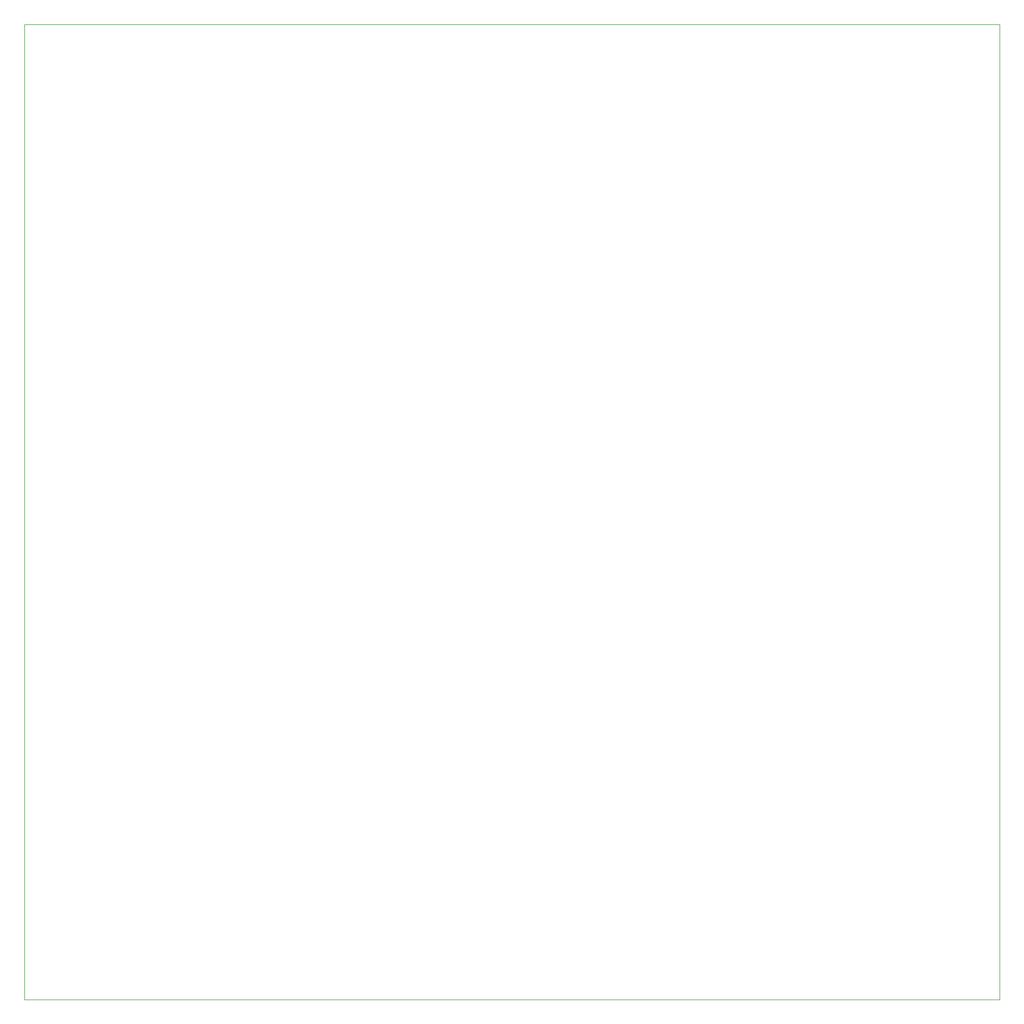
<source format=gbr>
%TF.GenerationSoftware,KiCad,Pcbnew,(5.1.12)-1*%
%TF.CreationDate,2022-03-13T08:17:30-06:00*%
%TF.ProjectId,AS13,41533133-2e6b-4696-9361-645f70636258,rev?*%
%TF.SameCoordinates,Original*%
%TF.FileFunction,Profile,NP*%
%FSLAX46Y46*%
G04 Gerber Fmt 4.6, Leading zero omitted, Abs format (unit mm)*
G04 Created by KiCad (PCBNEW (5.1.12)-1) date 2022-03-13 08:17:30*
%MOMM*%
%LPD*%
G01*
G04 APERTURE LIST*
%TA.AperFunction,Profile*%
%ADD10C,0.050000*%
%TD*%
G04 APERTURE END LIST*
D10*
X20000000Y-20000000D02*
X20000000Y-179000000D01*
X20000000Y-179000000D02*
X179000000Y-179000000D01*
X179000000Y-20000000D02*
X179000000Y-179000000D01*
X20000000Y-20000000D02*
X179000000Y-20000000D01*
M02*

</source>
